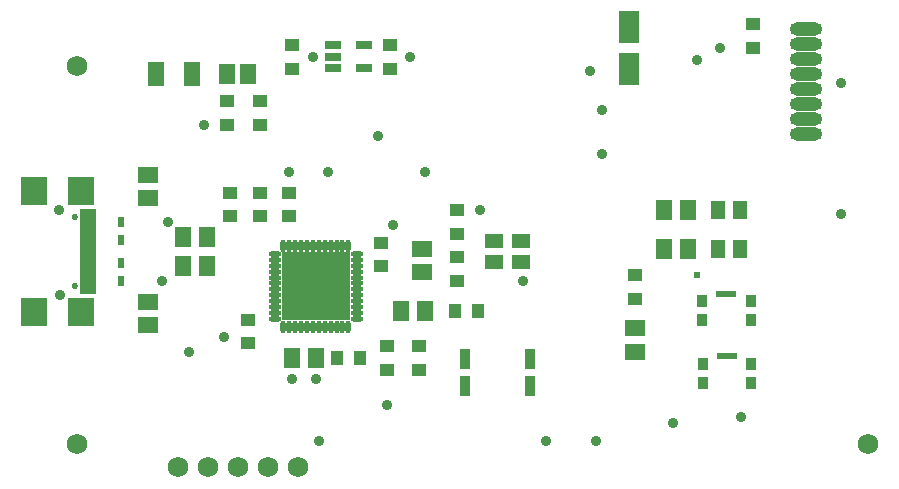
<source format=gts>
G04*
G04 #@! TF.GenerationSoftware,Altium Limited,Altium Designer,25.8.1 (18)*
G04*
G04 Layer_Color=8388736*
%FSLAX44Y44*%
%MOMM*%
G71*
G04*
G04 #@! TF.SameCoordinates,5983EDC3-4ECE-46C9-A552-0EA99BB4F25C*
G04*
G04*
G04 #@! TF.FilePolarity,Negative*
G04*
G01*
G75*
%ADD19R,1.2500X1.0000*%
%ADD26R,0.9000X1.0000*%
%ADD29R,1.0000X1.2500*%
%ADD30R,1.7000X0.5500*%
%ADD36O,1.1032X0.4532*%
%ADD37O,0.4532X1.1032*%
%ADD38R,5.8032X5.8032*%
%ADD39R,0.9032X1.8032*%
%ADD40R,1.4032X1.6532*%
%ADD41R,1.5032X1.3032*%
%ADD42R,1.6532X1.4032*%
%ADD43R,1.1532X1.6032*%
%ADD44O,2.7432X1.1032*%
%ADD45R,1.3532X0.5032*%
%ADD46R,0.6232X0.8432*%
%ADD47R,1.3532X0.8032*%
%ADD48R,1.8032X2.7032*%
%ADD49R,2.2032X2.3832*%
%ADD50R,1.3732X2.0232*%
%ADD51R,1.3532X1.6532*%
%ADD52C,1.7272*%
%ADD53C,0.5282*%
%ADD54C,0.9032*%
%ADD55C,0.7032*%
%ADD56C,0.6032*%
D19*
X1120000Y462500D02*
D03*
X1152000Y517500D02*
D03*
X1302500Y502500D02*
D03*
X1010000Y572500D02*
D03*
X975000Y485000D02*
D03*
X960000Y592500D02*
D03*
X957500Y650000D02*
D03*
X1010000Y592500D02*
D03*
X985000D02*
D03*
X985000Y650000D02*
D03*
X1012500Y697500D02*
D03*
X1120000Y442500D02*
D03*
X1092500D02*
D03*
X1302500Y522500D02*
D03*
X1087500Y530000D02*
D03*
X1152000Y537500D02*
D03*
X1095000Y697500D02*
D03*
X1152000Y577500D02*
D03*
X1402500Y715000D02*
D03*
X975000Y465000D02*
D03*
X960000Y572500D02*
D03*
X985000D02*
D03*
X1092500Y462500D02*
D03*
X1095000Y717500D02*
D03*
X1402500Y735000D02*
D03*
X1087500Y550000D02*
D03*
X985000Y670000D02*
D03*
X957500Y670000D02*
D03*
X1012500Y717500D02*
D03*
X1152000Y557500D02*
D03*
D26*
X1359500Y484500D02*
D03*
X1360000Y431500D02*
D03*
X1359500Y500500D02*
D03*
X1400500D02*
D03*
X1360000Y447500D02*
D03*
X1400500Y484500D02*
D03*
X1401000Y431500D02*
D03*
Y447500D02*
D03*
D29*
X1050000Y452500D02*
D03*
X1170000Y492500D02*
D03*
X1070000Y452500D02*
D03*
X1150000Y492500D02*
D03*
D30*
X1380500Y453750D02*
D03*
X1380000Y506750D02*
D03*
D36*
X1067000Y500500D02*
D03*
Y515500D02*
D03*
Y495500D02*
D03*
X998000Y485500D02*
D03*
X1067000Y525500D02*
D03*
Y485500D02*
D03*
X998000Y495500D02*
D03*
Y500500D02*
D03*
Y510500D02*
D03*
Y515500D02*
D03*
Y520500D02*
D03*
Y525500D02*
D03*
Y530500D02*
D03*
Y535500D02*
D03*
Y540500D02*
D03*
X1067000D02*
D03*
Y535500D02*
D03*
Y530500D02*
D03*
Y510500D02*
D03*
Y505500D02*
D03*
Y490500D02*
D03*
X998000D02*
D03*
X1067000Y520500D02*
D03*
X998000Y505500D02*
D03*
D37*
X1040000Y478500D02*
D03*
X1060000D02*
D03*
X1005000Y547500D02*
D03*
X1050000Y478500D02*
D03*
X1045000D02*
D03*
X1035000D02*
D03*
X1030000D02*
D03*
X1025000D02*
D03*
X1020000D02*
D03*
X1015000D02*
D03*
X1010000D02*
D03*
X1005000D02*
D03*
X1015000Y547500D02*
D03*
X1020000D02*
D03*
X1025000D02*
D03*
X1030000D02*
D03*
X1035000D02*
D03*
X1040000D02*
D03*
X1045000D02*
D03*
X1050000D02*
D03*
X1055000D02*
D03*
X1060000D02*
D03*
X1010000D02*
D03*
X1055000Y478500D02*
D03*
D38*
X1032500Y513000D02*
D03*
D39*
X1158500Y428500D02*
D03*
X1213500Y451500D02*
D03*
X1158500D02*
D03*
X1213500Y428500D02*
D03*
D40*
X1104500Y492500D02*
D03*
X940000Y555000D02*
D03*
Y530000D02*
D03*
X1032500Y452500D02*
D03*
X1012500D02*
D03*
X1327500Y545000D02*
D03*
Y577500D02*
D03*
X920000Y555000D02*
D03*
Y530000D02*
D03*
X1347500Y545000D02*
D03*
Y577500D02*
D03*
X1124500Y492500D02*
D03*
D41*
X1183500Y533500D02*
D03*
Y551500D02*
D03*
X1206500Y533500D02*
D03*
Y551500D02*
D03*
D42*
X1122500Y525000D02*
D03*
X1302500Y477500D02*
D03*
X890000Y480000D02*
D03*
Y607500D02*
D03*
X1302500Y457500D02*
D03*
X890000Y587500D02*
D03*
Y500000D02*
D03*
X1122500Y545000D02*
D03*
D43*
X1392000Y577500D02*
D03*
Y545000D02*
D03*
X1373000D02*
D03*
Y577500D02*
D03*
D44*
X1447500Y680000D02*
D03*
Y654600D02*
D03*
Y667300D02*
D03*
Y705400D02*
D03*
Y641900D02*
D03*
Y692700D02*
D03*
Y718100D02*
D03*
Y730800D02*
D03*
D45*
X839280Y509000D02*
D03*
Y512000D02*
D03*
Y576000D02*
D03*
Y573000D02*
D03*
Y550000D02*
D03*
Y540000D02*
D03*
Y565000D02*
D03*
Y560000D02*
D03*
Y535000D02*
D03*
Y525000D02*
D03*
Y520000D02*
D03*
Y517000D02*
D03*
Y530000D02*
D03*
Y545000D02*
D03*
Y555000D02*
D03*
Y568000D02*
D03*
D46*
X867500Y517500D02*
D03*
Y567500D02*
D03*
Y552500D02*
D03*
Y532500D02*
D03*
D47*
X1047000Y707500D02*
D03*
X1073000Y717000D02*
D03*
X1047000D02*
D03*
Y698000D02*
D03*
X1073000D02*
D03*
D48*
X1297500Y697500D02*
D03*
Y732500D02*
D03*
D49*
X833530Y491400D02*
D03*
Y593600D02*
D03*
X794230Y491400D02*
D03*
Y593600D02*
D03*
D50*
X897300Y692500D02*
D03*
X927700D02*
D03*
D51*
X957191D02*
D03*
X975191D02*
D03*
D52*
X992100Y360000D02*
D03*
X1017500D02*
D03*
X966700D02*
D03*
X915900D02*
D03*
X941300D02*
D03*
X1500000Y380000D02*
D03*
X830000Y700000D02*
D03*
Y380000D02*
D03*
D53*
X828530Y513600D02*
D03*
Y571400D02*
D03*
D54*
X1032500Y435000D02*
D03*
X1092500Y412500D02*
D03*
X1112500Y707500D02*
D03*
X955000Y470000D02*
D03*
X1477500Y574431D02*
D03*
X1275000Y662500D02*
D03*
X1265000Y695000D02*
D03*
X1275000Y625000D02*
D03*
X1355000Y705000D02*
D03*
X1085000Y640000D02*
D03*
X1125000Y610000D02*
D03*
X1042500D02*
D03*
X1335000Y397500D02*
D03*
X815582Y505582D02*
D03*
X902500Y517500D02*
D03*
X907500Y567500D02*
D03*
X815000Y577500D02*
D03*
X937500Y650000D02*
D03*
X1010000Y610000D02*
D03*
X1392500Y402500D02*
D03*
X1207500Y517500D02*
D03*
X1375000Y715000D02*
D03*
X1012500Y435000D02*
D03*
X1171159Y577500D02*
D03*
X1030000Y707500D02*
D03*
X1227500Y382500D02*
D03*
X1477500Y685000D02*
D03*
X1270000Y382500D02*
D03*
X925000Y457500D02*
D03*
X1035000Y382500D02*
D03*
X1097500Y565000D02*
D03*
D55*
X1043500Y491000D02*
D03*
X1032500D02*
D03*
X1021500D02*
D03*
X1010500D02*
D03*
X1021500Y502000D02*
D03*
X1010500Y513000D02*
D03*
Y502000D02*
D03*
X1021500Y513000D02*
D03*
X1032500Y502000D02*
D03*
X1043500D02*
D03*
Y513000D02*
D03*
X1032500D02*
D03*
X1010500Y535000D02*
D03*
Y524000D02*
D03*
X1021500D02*
D03*
X1043500D02*
D03*
X1032500D02*
D03*
X1021500Y535000D02*
D03*
X1043500D02*
D03*
X1032500D02*
D03*
X1054500Y491000D02*
D03*
Y502000D02*
D03*
Y513000D02*
D03*
Y535000D02*
D03*
Y524000D02*
D03*
D56*
X1355000Y522500D02*
D03*
M02*

</source>
